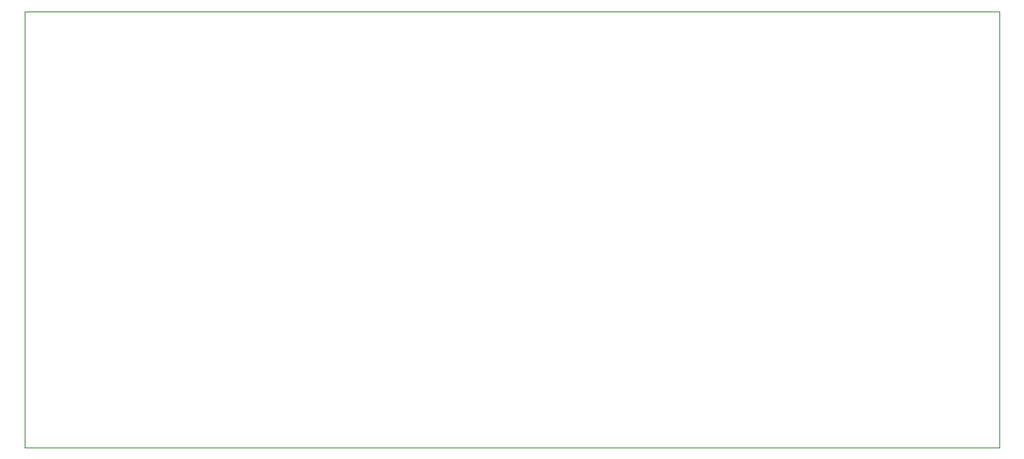
<source format=gbr>
%TF.GenerationSoftware,KiCad,Pcbnew,9.0.3*%
%TF.CreationDate,2025-07-30T11:35:09+02:00*%
%TF.ProjectId,TPOneBoard,54504f6e-6542-46f6-9172-642e6b696361,rev?*%
%TF.SameCoordinates,Original*%
%TF.FileFunction,Profile,NP*%
%FSLAX46Y46*%
G04 Gerber Fmt 4.6, Leading zero omitted, Abs format (unit mm)*
G04 Created by KiCad (PCBNEW 9.0.3) date 2025-07-30 11:35:09*
%MOMM*%
%LPD*%
G01*
G04 APERTURE LIST*
%TA.AperFunction,Profile*%
%ADD10C,0.050000*%
%TD*%
G04 APERTURE END LIST*
D10*
X245000000Y-80488000D02*
X245000000Y-125488000D01*
X144472000Y-80488000D02*
X245000000Y-80488000D01*
X245000000Y-125488000D02*
X144472000Y-125488000D01*
X144472000Y-125488000D02*
X144472000Y-80488000D01*
M02*

</source>
